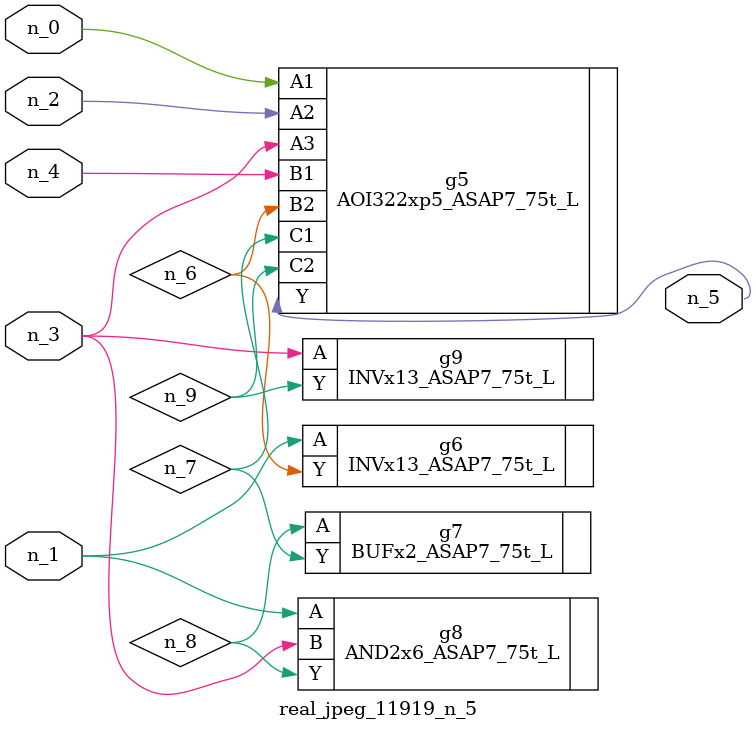
<source format=v>
module real_jpeg_11919_n_5 (n_4, n_0, n_1, n_2, n_3, n_5);

input n_4;
input n_0;
input n_1;
input n_2;
input n_3;

output n_5;

wire n_8;
wire n_6;
wire n_7;
wire n_9;

AOI322xp5_ASAP7_75t_L g5 ( 
.A1(n_0),
.A2(n_2),
.A3(n_3),
.B1(n_4),
.B2(n_6),
.C1(n_7),
.C2(n_9),
.Y(n_5)
);

INVx13_ASAP7_75t_L g6 ( 
.A(n_1),
.Y(n_6)
);

AND2x6_ASAP7_75t_L g8 ( 
.A(n_1),
.B(n_3),
.Y(n_8)
);

INVx13_ASAP7_75t_L g9 ( 
.A(n_3),
.Y(n_9)
);

BUFx2_ASAP7_75t_L g7 ( 
.A(n_8),
.Y(n_7)
);


endmodule
</source>
